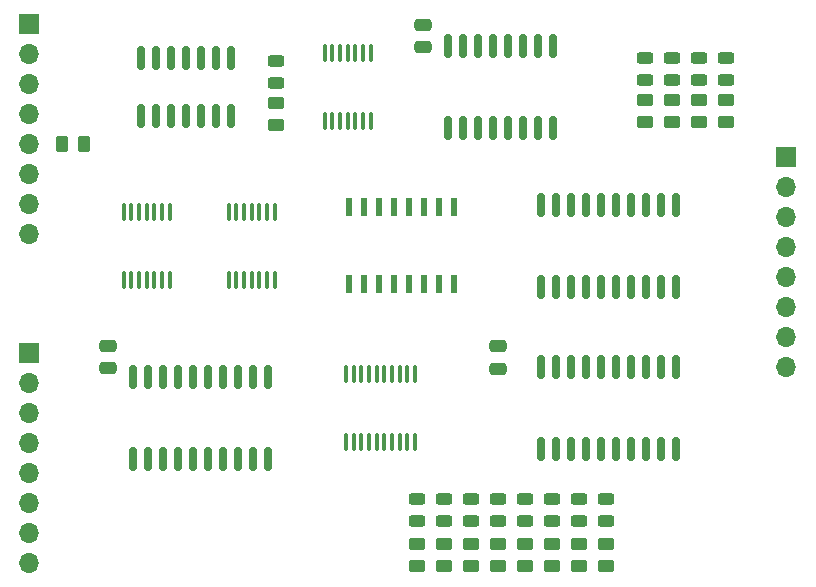
<source format=gbr>
%TF.GenerationSoftware,KiCad,Pcbnew,(6.0.0-0)*%
%TF.CreationDate,2022-10-19T23:32:27-04:00*%
%TF.ProjectId,new-interrupt-handler,6e65772d-696e-4746-9572-727570742d68,rev?*%
%TF.SameCoordinates,Original*%
%TF.FileFunction,Soldermask,Top*%
%TF.FilePolarity,Negative*%
%FSLAX46Y46*%
G04 Gerber Fmt 4.6, Leading zero omitted, Abs format (unit mm)*
G04 Created by KiCad (PCBNEW (6.0.0-0)) date 2022-10-19 23:32:27*
%MOMM*%
%LPD*%
G01*
G04 APERTURE LIST*
G04 Aperture macros list*
%AMRoundRect*
0 Rectangle with rounded corners*
0 $1 Rounding radius*
0 $2 $3 $4 $5 $6 $7 $8 $9 X,Y pos of 4 corners*
0 Add a 4 corners polygon primitive as box body*
4,1,4,$2,$3,$4,$5,$6,$7,$8,$9,$2,$3,0*
0 Add four circle primitives for the rounded corners*
1,1,$1+$1,$2,$3*
1,1,$1+$1,$4,$5*
1,1,$1+$1,$6,$7*
1,1,$1+$1,$8,$9*
0 Add four rect primitives between the rounded corners*
20,1,$1+$1,$2,$3,$4,$5,0*
20,1,$1+$1,$4,$5,$6,$7,0*
20,1,$1+$1,$6,$7,$8,$9,0*
20,1,$1+$1,$8,$9,$2,$3,0*%
G04 Aperture macros list end*
%ADD10RoundRect,0.150000X0.150000X-0.825000X0.150000X0.825000X-0.150000X0.825000X-0.150000X-0.825000X0*%
%ADD11RoundRect,0.250000X-0.450000X0.262500X-0.450000X-0.262500X0.450000X-0.262500X0.450000X0.262500X0*%
%ADD12RoundRect,0.137500X0.137500X-0.662500X0.137500X0.662500X-0.137500X0.662500X-0.137500X-0.662500X0*%
%ADD13RoundRect,0.150000X0.150000X-0.837500X0.150000X0.837500X-0.150000X0.837500X-0.150000X-0.837500X0*%
%ADD14RoundRect,0.243750X0.456250X-0.243750X0.456250X0.243750X-0.456250X0.243750X-0.456250X-0.243750X0*%
%ADD15RoundRect,0.100000X0.100000X-0.637500X0.100000X0.637500X-0.100000X0.637500X-0.100000X-0.637500X0*%
%ADD16RoundRect,0.250000X-0.262500X-0.450000X0.262500X-0.450000X0.262500X0.450000X-0.262500X0.450000X0*%
%ADD17RoundRect,0.250000X0.475000X-0.250000X0.475000X0.250000X-0.475000X0.250000X-0.475000X-0.250000X0*%
%ADD18R,1.700000X1.700000*%
%ADD19O,1.700000X1.700000*%
G04 APERTURE END LIST*
D10*
%TO.C,U3*%
X98044000Y-87819000D03*
X99314000Y-87819000D03*
X100584000Y-87819000D03*
X101854000Y-87819000D03*
X103124000Y-87819000D03*
X104394000Y-87819000D03*
X105664000Y-87819000D03*
X105664000Y-82869000D03*
X104394000Y-82869000D03*
X103124000Y-82869000D03*
X101854000Y-82869000D03*
X100584000Y-82869000D03*
X99314000Y-82869000D03*
X98044000Y-82869000D03*
%TD*%
D11*
%TO.C,R2*%
X109474000Y-86717500D03*
X109474000Y-88542500D03*
%TD*%
D12*
%TO.C,U9*%
X115697000Y-102056000D03*
X116967000Y-102056000D03*
X118237000Y-102056000D03*
X119507000Y-102056000D03*
X120777000Y-102056000D03*
X122047000Y-102056000D03*
X123317000Y-102056000D03*
X124587000Y-102056000D03*
X124587000Y-95556000D03*
X123317000Y-95556000D03*
X122047000Y-95556000D03*
X120777000Y-95556000D03*
X119507000Y-95556000D03*
X118237000Y-95556000D03*
X116967000Y-95556000D03*
X115697000Y-95556000D03*
%TD*%
D13*
%TO.C,U6*%
X131953000Y-115984500D03*
X133223000Y-115984500D03*
X134493000Y-115984500D03*
X135763000Y-115984500D03*
X137033000Y-115984500D03*
X138303000Y-115984500D03*
X139573000Y-115984500D03*
X140843000Y-115984500D03*
X142113000Y-115984500D03*
X143383000Y-115984500D03*
X143383000Y-109059500D03*
X142113000Y-109059500D03*
X140843000Y-109059500D03*
X139573000Y-109059500D03*
X138303000Y-109059500D03*
X137033000Y-109059500D03*
X135763000Y-109059500D03*
X134493000Y-109059500D03*
X133223000Y-109059500D03*
X131953000Y-109059500D03*
%TD*%
%TO.C,U4*%
X97417000Y-116872500D03*
X98687000Y-116872500D03*
X99957000Y-116872500D03*
X101227000Y-116872500D03*
X102497000Y-116872500D03*
X103767000Y-116872500D03*
X105037000Y-116872500D03*
X106307000Y-116872500D03*
X107577000Y-116872500D03*
X108847000Y-116872500D03*
X108847000Y-109947500D03*
X107577000Y-109947500D03*
X106307000Y-109947500D03*
X105037000Y-109947500D03*
X103767000Y-109947500D03*
X102497000Y-109947500D03*
X101227000Y-109947500D03*
X99957000Y-109947500D03*
X98687000Y-109947500D03*
X97417000Y-109947500D03*
%TD*%
D14*
%TO.C,D7*%
X123698000Y-122095500D03*
X123698000Y-120220500D03*
%TD*%
%TO.C,D1*%
X109474000Y-85011500D03*
X109474000Y-83136500D03*
%TD*%
D11*
%TO.C,R4*%
X145288000Y-86463500D03*
X145288000Y-88288500D03*
%TD*%
D15*
%TO.C,U8*%
X105492000Y-101668500D03*
X106142000Y-101668500D03*
X106792000Y-101668500D03*
X107442000Y-101668500D03*
X108092000Y-101668500D03*
X108742000Y-101668500D03*
X109392000Y-101668500D03*
X109392000Y-95943500D03*
X108742000Y-95943500D03*
X108092000Y-95943500D03*
X107442000Y-95943500D03*
X106792000Y-95943500D03*
X106142000Y-95943500D03*
X105492000Y-95943500D03*
%TD*%
D14*
%TO.C,D11*%
X132842000Y-122095500D03*
X132842000Y-120220500D03*
%TD*%
%TO.C,D13*%
X137414000Y-122095500D03*
X137414000Y-120220500D03*
%TD*%
D16*
%TO.C,R1*%
X91393000Y-90170000D03*
X93218000Y-90170000D03*
%TD*%
D11*
%TO.C,R13*%
X135128000Y-124055500D03*
X135128000Y-125880500D03*
%TD*%
D17*
%TO.C,C2*%
X128270000Y-109220000D03*
X128270000Y-107320000D03*
%TD*%
D11*
%TO.C,R3*%
X147574000Y-86463500D03*
X147574000Y-88288500D03*
%TD*%
D14*
%TO.C,D6*%
X121412000Y-122095500D03*
X121412000Y-120220500D03*
%TD*%
%TO.C,D10*%
X130556000Y-122095500D03*
X130556000Y-120220500D03*
%TD*%
%TO.C,D3*%
X145288000Y-84757500D03*
X145288000Y-82882500D03*
%TD*%
D15*
%TO.C,U7*%
X115439000Y-115384500D03*
X116089000Y-115384500D03*
X116739000Y-115384500D03*
X117389000Y-115384500D03*
X118039000Y-115384500D03*
X118689000Y-115384500D03*
X119339000Y-115384500D03*
X119989000Y-115384500D03*
X120639000Y-115384500D03*
X121289000Y-115384500D03*
X121289000Y-109659500D03*
X120639000Y-109659500D03*
X119989000Y-109659500D03*
X119339000Y-109659500D03*
X118689000Y-109659500D03*
X118039000Y-109659500D03*
X117389000Y-109659500D03*
X116739000Y-109659500D03*
X116089000Y-109659500D03*
X115439000Y-109659500D03*
%TD*%
D11*
%TO.C,R11*%
X130556000Y-124055500D03*
X130556000Y-125880500D03*
%TD*%
%TO.C,R8*%
X123698000Y-124055500D03*
X123698000Y-125880500D03*
%TD*%
%TO.C,R10*%
X128270000Y-124055500D03*
X128270000Y-125880500D03*
%TD*%
%TO.C,R7*%
X121412000Y-124055500D03*
X121412000Y-125880500D03*
%TD*%
D14*
%TO.C,D5*%
X140716000Y-84757500D03*
X140716000Y-82882500D03*
%TD*%
D17*
%TO.C,C3*%
X121920000Y-81976000D03*
X121920000Y-80076000D03*
%TD*%
D13*
%TO.C,U1*%
X131965000Y-102258500D03*
X133235000Y-102258500D03*
X134505000Y-102258500D03*
X135775000Y-102258500D03*
X137045000Y-102258500D03*
X138315000Y-102258500D03*
X139585000Y-102258500D03*
X140855000Y-102258500D03*
X142125000Y-102258500D03*
X143395000Y-102258500D03*
X143395000Y-95333500D03*
X142125000Y-95333500D03*
X140855000Y-95333500D03*
X139585000Y-95333500D03*
X138315000Y-95333500D03*
X137045000Y-95333500D03*
X135775000Y-95333500D03*
X134505000Y-95333500D03*
X133235000Y-95333500D03*
X131965000Y-95333500D03*
%TD*%
D17*
%TO.C,C1*%
X95250000Y-109154000D03*
X95250000Y-107254000D03*
%TD*%
D14*
%TO.C,D12*%
X135128000Y-122095500D03*
X135128000Y-120220500D03*
%TD*%
%TO.C,D4*%
X143002000Y-84757500D03*
X143002000Y-82882500D03*
%TD*%
D15*
%TO.C,U5*%
X96602000Y-101668500D03*
X97252000Y-101668500D03*
X97902000Y-101668500D03*
X98552000Y-101668500D03*
X99202000Y-101668500D03*
X99852000Y-101668500D03*
X100502000Y-101668500D03*
X100502000Y-95943500D03*
X99852000Y-95943500D03*
X99202000Y-95943500D03*
X98552000Y-95943500D03*
X97902000Y-95943500D03*
X97252000Y-95943500D03*
X96602000Y-95943500D03*
%TD*%
D11*
%TO.C,R6*%
X140716000Y-86463500D03*
X140716000Y-88288500D03*
%TD*%
D14*
%TO.C,D8*%
X125984000Y-122095500D03*
X125984000Y-120220500D03*
%TD*%
D11*
%TO.C,R12*%
X132842000Y-124055500D03*
X132842000Y-125880500D03*
%TD*%
%TO.C,R5*%
X143002000Y-86463500D03*
X143002000Y-88288500D03*
%TD*%
D15*
%TO.C,U2*%
X113620000Y-88206500D03*
X114270000Y-88206500D03*
X114920000Y-88206500D03*
X115570000Y-88206500D03*
X116220000Y-88206500D03*
X116870000Y-88206500D03*
X117520000Y-88206500D03*
X117520000Y-82481500D03*
X116870000Y-82481500D03*
X116220000Y-82481500D03*
X115570000Y-82481500D03*
X114920000Y-82481500D03*
X114270000Y-82481500D03*
X113620000Y-82481500D03*
%TD*%
D11*
%TO.C,R14*%
X137414000Y-124055500D03*
X137414000Y-125880500D03*
%TD*%
D14*
%TO.C,D2*%
X147574000Y-84757500D03*
X147574000Y-82882500D03*
%TD*%
%TO.C,D9*%
X128270000Y-122095500D03*
X128270000Y-120220500D03*
%TD*%
D13*
%TO.C,U10*%
X124079000Y-88806500D03*
X125349000Y-88806500D03*
X126619000Y-88806500D03*
X127889000Y-88806500D03*
X129159000Y-88806500D03*
X130429000Y-88806500D03*
X131699000Y-88806500D03*
X132969000Y-88806500D03*
X132969000Y-81881500D03*
X131699000Y-81881500D03*
X130429000Y-81881500D03*
X129159000Y-81881500D03*
X127889000Y-81881500D03*
X126619000Y-81881500D03*
X125349000Y-81881500D03*
X124079000Y-81881500D03*
%TD*%
D11*
%TO.C,R9*%
X125984000Y-124055500D03*
X125984000Y-125880500D03*
%TD*%
D18*
%TO.C,J3*%
X152714000Y-91325000D03*
D19*
X152714000Y-93865000D03*
X152714000Y-96405000D03*
X152714000Y-98945000D03*
X152714000Y-101485000D03*
X152714000Y-104025000D03*
X152714000Y-106565000D03*
X152714000Y-109105000D03*
%TD*%
D18*
%TO.C,J1*%
X88636000Y-80010000D03*
D19*
X88636000Y-82550000D03*
X88636000Y-85090000D03*
X88636000Y-87630000D03*
X88636000Y-90170000D03*
X88636000Y-92710000D03*
X88636000Y-95250000D03*
X88636000Y-97790000D03*
%TD*%
D18*
%TO.C,J2*%
X88636000Y-107885000D03*
D19*
X88636000Y-110425000D03*
X88636000Y-112965000D03*
X88636000Y-115505000D03*
X88636000Y-118045000D03*
X88636000Y-120585000D03*
X88636000Y-123125000D03*
X88636000Y-125665000D03*
%TD*%
M02*

</source>
